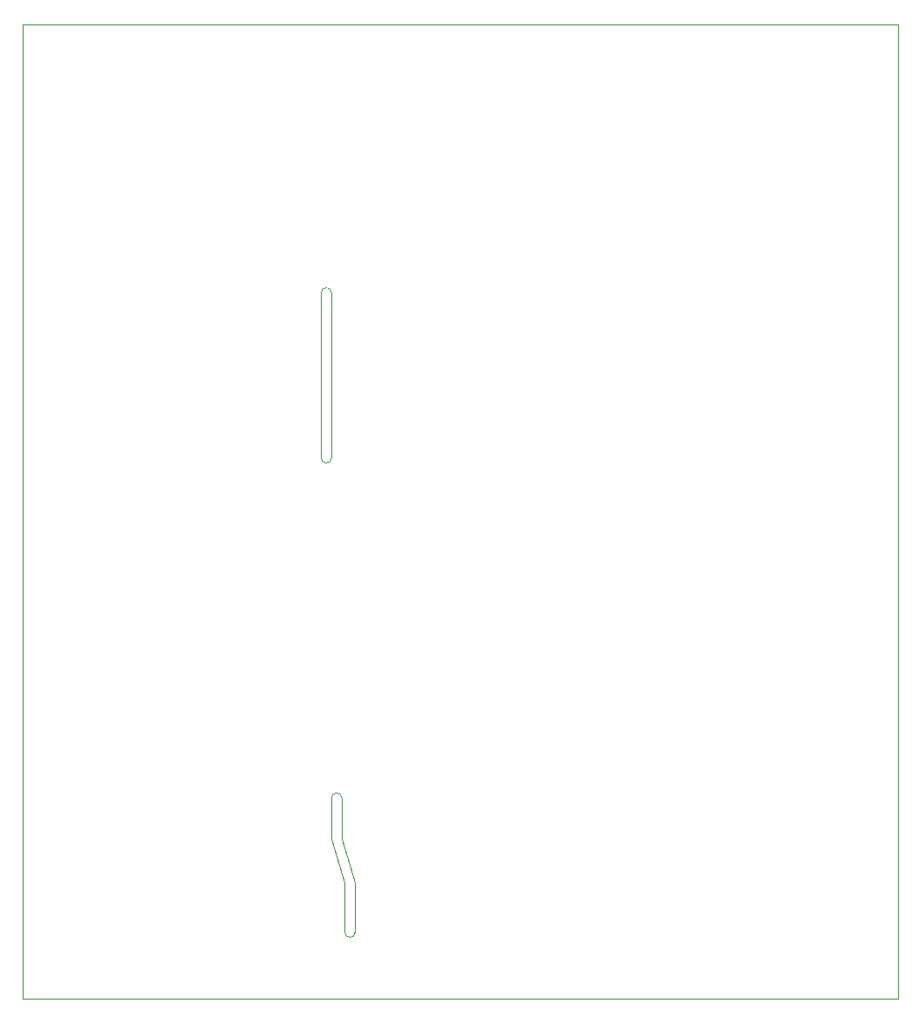
<source format=gm1>
%TF.GenerationSoftware,KiCad,Pcbnew,(6.0.1)*%
%TF.CreationDate,2023-01-03T01:15:44-07:00*%
%TF.ProjectId,main_board,6d61696e-5f62-46f6-9172-642e6b696361,1.4*%
%TF.SameCoordinates,Original*%
%TF.FileFunction,Profile,NP*%
%FSLAX46Y46*%
G04 Gerber Fmt 4.6, Leading zero omitted, Abs format (unit mm)*
G04 Created by KiCad (PCBNEW (6.0.1)) date 2023-01-03 01:15:44*
%MOMM*%
%LPD*%
G01*
G04 APERTURE LIST*
%TA.AperFunction,Profile*%
%ADD10C,0.100000*%
%TD*%
G04 APERTURE END LIST*
D10*
X90000000Y-86000000D02*
X90000000Y-102000000D01*
X89000000Y-102000000D02*
X89000000Y-86000000D01*
X91000000Y-135000000D02*
G75*
G03*
X90000000Y-135000000I-500000J0D01*
G01*
X145000000Y-154500000D02*
X60000000Y-154500000D01*
X60000000Y-154500000D02*
X60000000Y-60000000D01*
X60000000Y-60000000D02*
X145000000Y-60000000D01*
X145000000Y-60000000D02*
X145000000Y-154500000D01*
X92300000Y-143200000D02*
X91000000Y-139000000D01*
X92300000Y-148000000D02*
X92300000Y-143200000D01*
X91300000Y-148000000D02*
G75*
G03*
X92300000Y-148000000I500000J0D01*
G01*
X89000000Y-102000000D02*
G75*
G03*
X90000000Y-102000000I500000J0D01*
G01*
X91300000Y-143200000D02*
X91300000Y-148000000D01*
X91300000Y-143200000D02*
X90000000Y-139000000D01*
X90000000Y-139000000D02*
X90000000Y-135000000D01*
X90000000Y-86000000D02*
G75*
G03*
X89000000Y-86000000I-500000J0D01*
G01*
X91000000Y-139000000D02*
X91000000Y-135000000D01*
M02*

</source>
